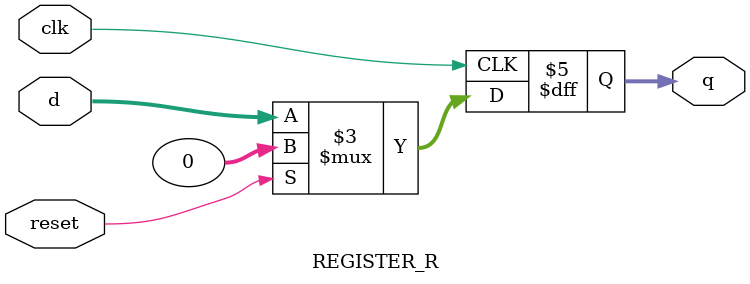
<source format=sv>
module REGISTER_R #(parameter N = 32) (
	input wire clk, reset,
	input wire [N-1:0] d,
	output reg [N-1:0] q
);

	always @(posedge clk) begin
		if (reset) begin
			q <= 0;
		end
		else begin
			q <= d;
		end
	end

endmodule
</source>
